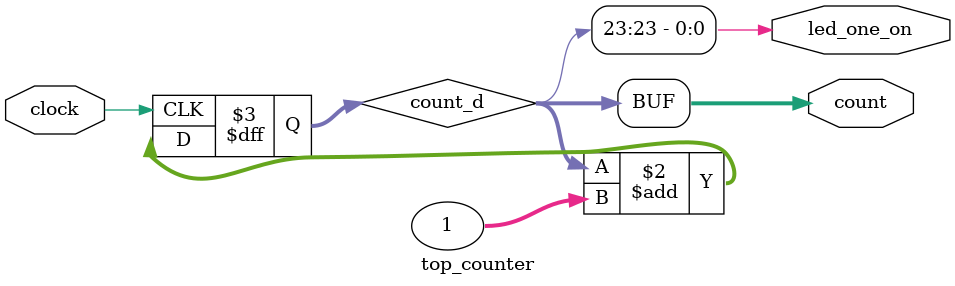
<source format=sv>

`timescale 1 ps / 1 ps
`default_nettype none

module top_counter(
   // Control signals for the LEDs
   output wire led_one_on,
   output wire [31:0] count,

   // clock 
   input wire clock
);
   localparam COUNTER_TAP = 23;

   reg [31:0]count_d;

   assign count      =  count_d;
   assign led_one_on =  count_d[COUNTER_TAP];

   always_ff @(posedge clock) begin         
      count_d <= count_d + 1;
   end
endmodule

</source>
